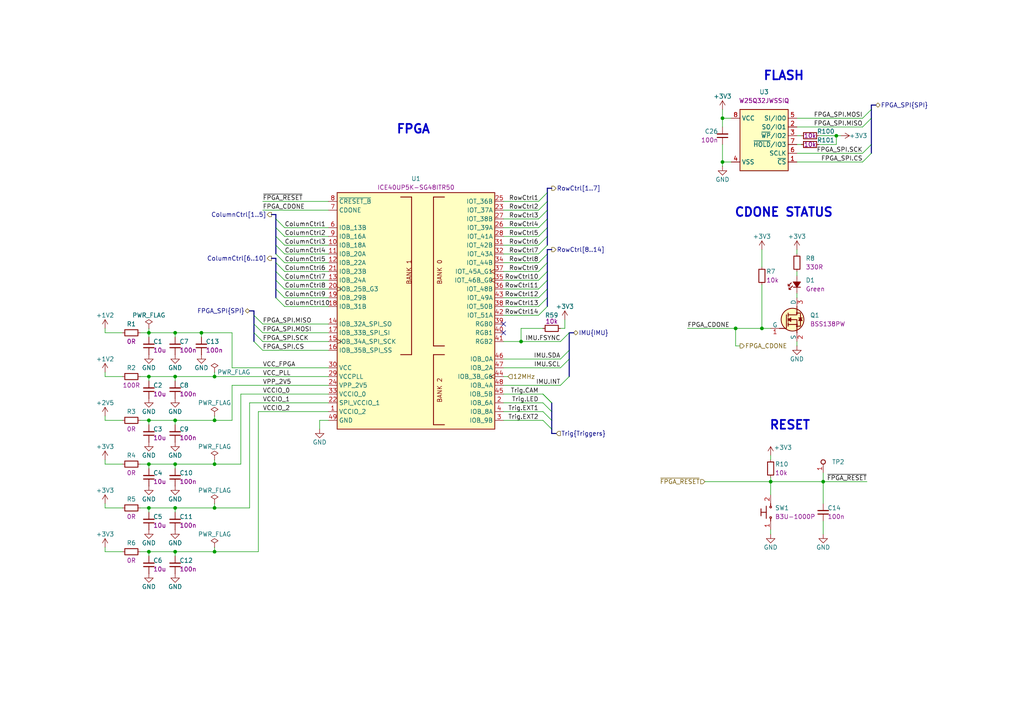
<source format=kicad_sch>
(kicad_sch (version 20231120) (generator "eeschema") (generator_version "8.0")
  (paper "A4")
  (title_block (title "LED Panel Board") (date "2025-01-31") (rev "1.0.0"))
  (junction (at 209.55 34.29))
  (junction (at 58.42 96.52))
  (junction (at 50.8 147.32))
  (junction (at 151.13 99.06))
  (junction (at 50.8 121.92))
  (junction (at 43.18 134.62))
  (junction (at 50.8 109.22))
  (junction (at 43.18 109.22))
  (junction (at 220.98 95.25))
  (junction (at 223.52 139.7))
  (junction (at 43.18 147.32))
  (junction (at 50.8 134.62))
  (junction (at 62.23 121.92))
  (junction (at 43.18 121.92))
  (junction (at 62.23 160.02))
  (junction (at 43.18 96.52))
  (junction (at 50.8 160.02))
  (junction (at 62.23 147.32))
  (junction (at 238.76 139.7))
  (junction (at 50.8 96.52))
  (junction (at 62.23 134.62))
  (junction (at 209.55 46.99))
  (junction (at 62.23 109.22))
  (junction (at 213.36 95.25))
  (junction (at 43.18 160.02))
  (junction (at 242.57 39.37))
  (no_connect (at 146.05 96.52))
  (no_connect (at 146.05 93.98))
  (bus_entry (at 160.02 116.84) (size -2.54 -2.54))
  (bus_entry (at 80.01 66.04) (size 2.54 2.54))
  (bus_entry (at 158.75 83.82) (size -2.54 2.54))
  (bus_entry (at 80.01 78.74) (size 2.54 2.54))
  (bus_entry (at 158.75 86.36) (size -2.54 2.54))
  (bus_entry (at 252.73 44.45) (size -2.54 2.54))
  (bus_entry (at 165.1 96.52) (size -2.54 2.54))
  (bus_entry (at 158.75 55.88) (size -2.54 2.54))
  (bus_entry (at 73.66 96.52) (size 2.54 2.54))
  (bus_entry (at 165.1 104.14) (size -2.54 2.54))
  (bus_entry (at 80.01 71.12) (size 2.54 2.54))
  (bus_entry (at 80.01 76.2) (size 2.54 2.54))
  (bus_entry (at 80.01 86.36) (size 2.54 2.54))
  (bus_entry (at 158.75 88.9) (size -2.54 2.54))
  (bus_entry (at 252.73 31.75) (size -2.54 2.54))
  (bus_entry (at 158.75 73.66) (size -2.54 2.54))
  (bus_entry (at 160.02 116.84) (size -2.54 -2.54))
  (bus_entry (at 158.75 81.28) (size -2.54 2.54))
  (bus_entry (at 252.73 34.29) (size -2.54 2.54))
  (bus_entry (at 73.66 99.06) (size 2.54 2.54))
  (bus_entry (at 158.75 76.2) (size -2.54 2.54))
  (bus_entry (at 80.01 83.82) (size 2.54 2.54))
  (bus_entry (at 158.75 68.58) (size -2.54 2.54))
  (bus_entry (at 158.75 60.96) (size -2.54 2.54))
  (bus_entry (at 158.75 66.04) (size -2.54 2.54))
  (bus_entry (at 73.66 93.98) (size 2.54 2.54))
  (bus_entry (at 80.01 81.28) (size 2.54 2.54))
  (bus_entry (at 73.66 91.44) (size 2.54 2.54))
  (bus_entry (at 158.75 71.12) (size -2.54 2.54))
  (bus_entry (at 80.01 63.5) (size 2.54 2.54))
  (bus_entry (at 165.1 101.6) (size -2.54 2.54))
  (bus_entry (at 160.02 124.46) (size -2.54 -2.54))
  (bus_entry (at 158.75 78.74) (size -2.54 2.54))
  (bus_entry (at 160.02 119.38) (size -2.54 -2.54))
  (bus_entry (at 80.01 73.66) (size 2.54 2.54))
  (bus_entry (at 80.01 68.58) (size 2.54 2.54))
  (bus_entry (at 160.02 121.92) (size -2.54 -2.54))
  (bus_entry (at 252.73 41.91) (size -2.54 2.54))
  (bus_entry (at 165.1 109.22) (size -2.54 2.54))
  (bus_entry (at 158.75 58.42) (size -2.54 2.54))
  (bus_entry (at 158.75 63.5) (size -2.54 2.54))
  (wire (pts (xy 30.48 146.05) (xy 30.48 147.32)))
  (wire (pts (xy 204.47 139.7) (xy 223.52 139.7)))
  (bus (pts (xy 158.75 58.42) (xy 158.75 60.96)))
  (bus (pts (xy 160.02 116.84) (xy 160.02 119.38)))
  (wire (pts (xy 146.05 111.76) (xy 162.56 111.76)))
  (wire (pts (xy 231.14 72.39) (xy 231.14 73.66)))
  (wire (pts (xy 62.23 146.05) (xy 62.23 147.32)))
  (wire (pts (xy 72.39 116.84) (xy 72.39 147.32)))
  (wire (pts (xy 156.21 78.74) (xy 146.05 78.74)))
  (wire (pts (xy 157.48 95.25) (xy 151.13 95.25)))
  (bus (pts (xy 166.37 96.52) (xy 165.1 96.52)))
  (wire (pts (xy 50.8 134.62) (xy 43.18 134.62)))
  (wire (pts (xy 69.85 134.62) (xy 62.23 134.62)))
  (bus (pts (xy 80.01 63.5) (xy 80.01 66.04)))
  (wire (pts (xy 232.41 39.37) (xy 231.14 39.37)))
  (wire (pts (xy 43.18 160.02) (xy 43.18 161.29)))
  (bus (pts (xy 165.1 96.52) (xy 165.1 101.6)))
  (wire (pts (xy 237.49 41.91) (xy 242.57 41.91)))
  (wire (pts (xy 156.21 66.04) (xy 146.05 66.04)))
  (bus (pts (xy 78.74 62.23) (xy 80.01 62.23)))
  (bus (pts (xy 158.75 76.2) (xy 158.75 78.74)))
  (bus (pts (xy 158.75 54.61) (xy 160.02 54.61)))
  (wire (pts (xy 76.2 93.98) (xy 95.25 93.98)))
  (wire (pts (xy 199.39 95.25) (xy 213.36 95.25)))
  (bus (pts (xy 160.02 121.92) (xy 160.02 124.46)))
  (wire (pts (xy 156.21 88.9) (xy 146.05 88.9)))
  (bus (pts (xy 80.01 76.2) (xy 80.01 78.74)))
  (wire (pts (xy 146.05 104.14) (xy 162.56 104.14)))
  (wire (pts (xy 156.21 68.58) (xy 146.05 68.58)))
  (wire (pts (xy 67.31 96.52) (xy 67.31 106.68)))
  (wire (pts (xy 43.18 95.25) (xy 43.18 96.52)))
  (wire (pts (xy 50.8 109.22) (xy 50.8 110.49)))
  (wire (pts (xy 146.05 106.68) (xy 162.56 106.68)))
  (wire (pts (xy 223.52 139.7) (xy 238.76 139.7)))
  (wire (pts (xy 67.31 111.76) (xy 67.31 121.92)))
  (wire (pts (xy 213.36 100.33) (xy 213.36 95.25)))
  (wire (pts (xy 30.48 147.32) (xy 35.56 147.32)))
  (wire (pts (xy 151.13 95.25) (xy 151.13 99.06)))
  (wire (pts (xy 50.8 160.02) (xy 43.18 160.02)))
  (wire (pts (xy 223.52 153.67) (xy 223.52 154.94)))
  (wire (pts (xy 156.21 63.5) (xy 146.05 63.5)))
  (wire (pts (xy 76.2 96.52) (xy 95.25 96.52)))
  (bus (pts (xy 252.73 34.29) (xy 252.73 31.75)))
  (wire (pts (xy 156.21 73.66) (xy 146.05 73.66)))
  (wire (pts (xy 30.48 134.62) (xy 35.56 134.62)))
  (bus (pts (xy 158.75 68.58) (xy 158.75 71.12)))
  (bus (pts (xy 73.66 93.98) (xy 73.66 91.44)))
  (wire (pts (xy 220.98 95.25) (xy 223.52 95.25)))
  (bus (pts (xy 158.75 60.96) (xy 158.75 63.5)))
  (bus (pts (xy 158.75 55.88) (xy 158.75 58.42)))
  (wire (pts (xy 214.63 100.33) (xy 213.36 100.33)))
  (wire (pts (xy 43.18 121.92) (xy 43.18 123.19)))
  (wire (pts (xy 238.76 139.7) (xy 251.46 139.7)))
  (wire (pts (xy 50.8 109.22) (xy 62.23 109.22)))
  (wire (pts (xy 156.21 86.36) (xy 146.05 86.36)))
  (bus (pts (xy 158.75 63.5) (xy 158.75 66.04)))
  (wire (pts (xy 238.76 137.16) (xy 238.76 139.7)))
  (wire (pts (xy 50.8 121.92) (xy 50.8 123.19)))
  (wire (pts (xy 40.64 134.62) (xy 43.18 134.62)))
  (bus (pts (xy 160.02 119.38) (xy 160.02 121.92)))
  (wire (pts (xy 62.23 158.75) (xy 62.23 160.02)))
  (wire (pts (xy 76.2 99.06) (xy 95.25 99.06)))
  (wire (pts (xy 213.36 95.25) (xy 220.98 95.25)))
  (wire (pts (xy 223.52 138.43) (xy 223.52 139.7)))
  (wire (pts (xy 58.42 96.52) (xy 50.8 96.52)))
  (wire (pts (xy 156.21 81.28) (xy 146.05 81.28)))
  (wire (pts (xy 43.18 96.52) (xy 43.18 97.79)))
  (bus (pts (xy 73.66 90.17) (xy 72.39 90.17)))
  (wire (pts (xy 74.93 119.38) (xy 74.93 160.02)))
  (wire (pts (xy 50.8 134.62) (xy 50.8 135.89)))
  (wire (pts (xy 147.32 109.22) (xy 146.05 109.22)))
  (wire (pts (xy 95.25 71.12) (xy 82.55 71.12)))
  (wire (pts (xy 212.09 34.29) (xy 209.55 34.29)))
  (bus (pts (xy 252.73 30.48) (xy 254 30.48)))
  (bus (pts (xy 160.02 124.46) (xy 160.02 125.73)))
  (wire (pts (xy 43.18 147.32) (xy 43.18 148.59)))
  (wire (pts (xy 62.23 121.92) (xy 50.8 121.92)))
  (wire (pts (xy 95.25 73.66) (xy 82.55 73.66)))
  (wire (pts (xy 30.48 96.52) (xy 35.56 96.52)))
  (bus (pts (xy 78.74 74.93) (xy 80.01 74.93)))
  (wire (pts (xy 62.23 133.35) (xy 62.23 134.62)))
  (bus (pts (xy 158.75 73.66) (xy 158.75 76.2)))
  (wire (pts (xy 30.48 109.22) (xy 35.56 109.22)))
  (wire (pts (xy 76.2 101.6) (xy 95.25 101.6)))
  (bus (pts (xy 158.75 66.04) (xy 158.75 68.58)))
  (wire (pts (xy 231.14 78.74) (xy 231.14 80.01)))
  (wire (pts (xy 95.25 83.82) (xy 82.55 83.82)))
  (wire (pts (xy 242.57 39.37) (xy 237.49 39.37)))
  (bus (pts (xy 165.1 104.14) (xy 165.1 109.22)))
  (wire (pts (xy 62.23 160.02) (xy 50.8 160.02)))
  (wire (pts (xy 250.19 34.29) (xy 231.14 34.29)))
  (bus (pts (xy 158.75 54.61) (xy 158.75 55.88)))
  (wire (pts (xy 50.8 109.22) (xy 43.18 109.22)))
  (wire (pts (xy 220.98 82.55) (xy 220.98 95.25)))
  (wire (pts (xy 156.21 76.2) (xy 146.05 76.2)))
  (wire (pts (xy 62.23 147.32) (xy 50.8 147.32)))
  (wire (pts (xy 58.42 97.79) (xy 58.42 96.52)))
  (wire (pts (xy 95.25 116.84) (xy 72.39 116.84)))
  (wire (pts (xy 95.25 114.3) (xy 69.85 114.3)))
  (wire (pts (xy 95.25 68.58) (xy 82.55 68.58)))
  (wire (pts (xy 50.8 147.32) (xy 43.18 147.32)))
  (wire (pts (xy 250.19 36.83) (xy 231.14 36.83)))
  (wire (pts (xy 50.8 160.02) (xy 50.8 161.29)))
  (wire (pts (xy 209.55 46.99) (xy 209.55 48.26)))
  (wire (pts (xy 30.48 95.25) (xy 30.48 96.52)))
  (bus (pts (xy 158.75 72.39) (xy 160.02 72.39)))
  (wire (pts (xy 156.21 91.44) (xy 146.05 91.44)))
  (wire (pts (xy 231.14 41.91) (xy 232.41 41.91)))
  (wire (pts (xy 156.21 83.82) (xy 146.05 83.82)))
  (bus (pts (xy 80.01 83.82) (xy 80.01 86.36)))
  (wire (pts (xy 223.52 139.7) (xy 223.52 143.51)))
  (wire (pts (xy 151.13 99.06) (xy 162.56 99.06)))
  (wire (pts (xy 156.21 71.12) (xy 146.05 71.12)))
  (wire (pts (xy 95.25 88.9) (xy 82.55 88.9)))
  (wire (pts (xy 250.19 46.99) (xy 231.14 46.99)))
  (bus (pts (xy 252.73 41.91) (xy 252.73 34.29)))
  (wire (pts (xy 220.98 72.39) (xy 220.98 77.47)))
  (wire (pts (xy 95.25 119.38) (xy 74.93 119.38)))
  (wire (pts (xy 242.57 41.91) (xy 242.57 39.37)))
  (wire (pts (xy 209.55 34.29) (xy 209.55 31.75)))
  (wire (pts (xy 76.2 58.42) (xy 95.25 58.42)))
  (wire (pts (xy 30.48 107.95) (xy 30.48 109.22)))
  (bus (pts (xy 80.01 78.74) (xy 80.01 81.28)))
  (bus (pts (xy 80.01 68.58) (xy 80.01 71.12)))
  (wire (pts (xy 40.64 121.92) (xy 43.18 121.92)))
  (bus (pts (xy 158.75 83.82) (xy 158.75 86.36)))
  (wire (pts (xy 231.14 85.09) (xy 231.14 86.36)))
  (wire (pts (xy 209.55 41.91) (xy 209.55 46.99)))
  (wire (pts (xy 95.25 86.36) (xy 82.55 86.36)))
  (bus (pts (xy 158.75 86.36) (xy 158.75 88.9)))
  (wire (pts (xy 62.23 107.95) (xy 62.23 109.22)))
  (wire (pts (xy 72.39 147.32) (xy 62.23 147.32)))
  (wire (pts (xy 30.48 160.02) (xy 35.56 160.02)))
  (wire (pts (xy 50.8 96.52) (xy 50.8 97.79)))
  (wire (pts (xy 250.19 44.45) (xy 231.14 44.45)))
  (wire (pts (xy 95.25 81.28) (xy 82.55 81.28)))
  (wire (pts (xy 146.05 114.3) (xy 157.48 114.3)))
  (wire (pts (xy 62.23 120.65) (xy 62.23 121.92)))
  (wire (pts (xy 30.48 120.65) (xy 30.48 121.92)))
  (wire (pts (xy 95.25 78.74) (xy 82.55 78.74)))
  (bus (pts (xy 80.01 74.93) (xy 80.01 76.2)))
  (bus (pts (xy 80.01 71.12) (xy 80.01 73.66)))
  (wire (pts (xy 50.8 147.32) (xy 50.8 148.59)))
  (wire (pts (xy 146.05 99.06) (xy 151.13 99.06)))
  (wire (pts (xy 30.48 158.75) (xy 30.48 160.02)))
  (wire (pts (xy 69.85 114.3) (xy 69.85 134.62)))
  (bus (pts (xy 80.01 81.28) (xy 80.01 83.82)))
  (wire (pts (xy 92.71 121.92) (xy 92.71 124.46)))
  (wire (pts (xy 95.25 66.04) (xy 82.55 66.04)))
  (wire (pts (xy 40.64 147.32) (xy 43.18 147.32)))
  (bus (pts (xy 158.75 78.74) (xy 158.75 81.28)))
  (wire (pts (xy 209.55 34.29) (xy 209.55 36.83)))
  (wire (pts (xy 40.64 109.22) (xy 43.18 109.22)))
  (bus (pts (xy 160.02 125.73) (xy 161.29 125.73)))
  (wire (pts (xy 238.76 154.94) (xy 238.76 151.13)))
  (bus (pts (xy 158.75 72.39) (xy 158.75 73.66)))
  (wire (pts (xy 162.56 95.25) (xy 163.83 95.25)))
  (wire (pts (xy 74.93 160.02) (xy 62.23 160.02)))
  (wire (pts (xy 40.64 96.52) (xy 43.18 96.52)))
  (wire (pts (xy 95.25 76.2) (xy 82.55 76.2)))
  (wire (pts (xy 146.05 116.84) (xy 157.48 116.84)))
  (bus (pts (xy 158.75 81.28) (xy 158.75 83.82)))
  (wire (pts (xy 156.21 58.42) (xy 146.05 58.42)))
  (bus (pts (xy 80.01 66.04) (xy 80.01 68.58)))
  (bus (pts (xy 252.73 44.45) (xy 252.73 41.91)))
  (bus (pts (xy 80.01 62.23) (xy 80.01 63.5)))
  (wire (pts (xy 223.52 132.08) (xy 223.52 133.35)))
  (wire (pts (xy 238.76 139.7) (xy 238.76 146.05)))
  (wire (pts (xy 40.64 160.02) (xy 43.18 160.02)))
  (wire (pts (xy 163.83 92.71) (xy 163.83 95.25)))
  (wire (pts (xy 43.18 134.62) (xy 43.18 135.89)))
  (wire (pts (xy 231.14 99.06) (xy 231.14 100.33)))
  (wire (pts (xy 95.25 121.92) (xy 92.71 121.92)))
  (wire (pts (xy 62.23 109.22) (xy 95.25 109.22)))
  (wire (pts (xy 146.05 121.92) (xy 157.48 121.92)))
  (wire (pts (xy 76.2 60.96) (xy 95.25 60.96)))
  (bus (pts (xy 73.66 96.52) (xy 73.66 93.98)))
  (wire (pts (xy 30.48 121.92) (xy 35.56 121.92)))
  (wire (pts (xy 67.31 121.92) (xy 62.23 121.92)))
  (bus (pts (xy 165.1 101.6) (xy 165.1 104.14)))
  (wire (pts (xy 50.8 96.52) (xy 43.18 96.52)))
  (wire (pts (xy 62.23 134.62) (xy 50.8 134.62)))
  (wire (pts (xy 50.8 121.92) (xy 43.18 121.92)))
  (bus (pts (xy 252.73 31.75) (xy 252.73 30.48)))
  (wire (pts (xy 43.18 109.22) (xy 43.18 110.49)))
  (wire (pts (xy 58.42 96.52) (xy 67.31 96.52)))
  (bus (pts (xy 73.66 99.06) (xy 73.66 96.52)))
  (wire (pts (xy 67.31 111.76) (xy 95.25 111.76)))
  (wire (pts (xy 30.48 133.35) (xy 30.48 134.62)))
  (wire (pts (xy 67.31 106.68) (xy 95.25 106.68)))
  (bus (pts (xy 73.66 91.44) (xy 73.66 90.17)))
  (wire (pts (xy 243.84 39.37) (xy 242.57 39.37)))
  (wire (pts (xy 156.21 60.96) (xy 146.05 60.96)))
  (wire (pts (xy 146.05 119.38) (xy 157.48 119.38)))
  (wire (pts (xy 212.09 46.99) (xy 209.55 46.99)))
  (text "RESET" (at 229.108 123.444 0) (effects (font (size 2.54 2.54) (thickness 0.508) (bold yes))))
  (text "CDONE STATUS" (at 227.33 61.722 0) (effects (font (size 2.54 2.54) (thickness 0.508) (bold yes))))
  (text "FPGA" (at 119.888 37.592 0) (effects (font (size 2.54 2.54) (thickness 0.508) (bold yes))))
  (text "FLASH" (at 227.33 22.098 0) (effects (font (size 2.54 2.54) (thickness 0.508) (bold yes))))
  (label "FPGA_SPI.SCK" (at 76.2 99.06 0))
  (label "ColumnCtrl9" (at 82.55 86.36 0))
  (label "RowCtrl12" (at 156.21 86.36 180))
  (label "Trig.CAM" (at 156.21 114.3 180))
  (label "FPGA_SPI.CS" (at 250.19 46.99 180))
  (label "FPGA_CDONE" (at 76.2 60.96 0))
  (label "FPGA_SPI.MISO" (at 76.2 93.98 0))
  (label "RowCtrl1" (at 156.21 58.42 180))
  (label "VCCIO_1" (at 76.2 116.84 0))
  (label "ColumnCtrl2" (at 82.55 68.58 0))
  (label "~{FPGA_RESET}" (at 251.46 139.7 180))
  (label "VCCIO_2" (at 76.2 119.38 0))
  (label "VCC_FPGA" (at 76.2 106.68 0))
  (label "RowCtrl6" (at 156.21 71.12 180))
  (label "Trig.LED" (at 156.21 116.84 180))
  (label "ColumnCtrl7" (at 82.55 81.28 0))
  (label "RowCtrl8" (at 156.21 76.2 180))
  (label "RowCtrl14" (at 156.21 91.44 180))
  (label "RowCtrl3" (at 156.21 63.5 180))
  (label "RowCtrl7" (at 156.21 73.66 180))
  (label "VCC_PLL" (at 76.2 109.22 0))
  (label "RowCtrl10" (at 156.21 81.28 180))
  (label "~{FPGA_RESET}" (at 76.2 58.42 0))
  (label "RowCtrl2" (at 156.21 60.96 180))
  (label "IMU.FSYNC" (at 162.56 99.06 180))
  (label "ColumnCtrl4" (at 82.55 73.66 0))
  (label "Trig.EXT2" (at 156.21 121.92 180))
  (label "FPGA_SPI.SCK" (at 250.19 44.45 180))
  (label "ColumnCtrl8" (at 82.55 83.82 0))
  (label "FPGA_SPI.MISO" (at 250.19 36.83 180))
  (label "FPGA_SPI.MOSI" (at 76.2 96.52 0))
  (label "ColumnCtrl10" (at 82.55 88.9 0))
  (label "RowCtrl5" (at 156.21 68.58 180))
  (label "RowCtrl13" (at 156.21 88.9 180))
  (label "FPGA_CDONE" (at 199.39 95.25 0))
  (label "ColumnCtrl3" (at 82.55 71.12 0))
  (label "IMU.SCL" (at 162.56 106.68 180))
  (label "Trig.EXT1" (at 156.21 119.38 180))
  (label "FPGA_SPI.CS" (at 76.2 101.6 0))
  (label "VPP_2V5" (at 76.2 111.76 0))
  (label "RowCtrl9" (at 156.21 78.74 180))
  (label "IMU.INT" (at 162.56 111.76 180))
  (label "VCCIO_0" (at 76.2 114.3 0))
  (label "FPGA_SPI.MOSI" (at 250.19 34.29 180))
  (label "ColumnCtrl6" (at 82.55 78.74 0))
  (label "ColumnCtrl1" (at 82.55 66.04 0))
  (label "IMU.SDA" (at 162.56 104.14 180))
  (label "ColumnCtrl5" (at 82.55 76.2 0))
  (label "RowCtrl11" (at 156.21 83.82 180))
  (label "RowCtrl4" (at 156.21 66.04 180))
  (hierarchical_label "RowCtrl[1..7]" (shape output) (at 160.02 54.61 0))
  (hierarchical_label "FPGA_SPI{SPI}" (shape bidirectional) (at 72.39 90.17 180))
  (hierarchical_label "RowCtrl[8..14]" (shape output) (at 160.02 72.39 0))
  (hierarchical_label "FPGA_SPI{SPI}" (shape bidirectional) (at 254 30.48 0))
  (hierarchical_label "ColumnCtrl[6..10]" (shape output) (at 78.74 74.93 180))
  (hierarchical_label "IMU{IMU}" (shape bidirectional) (at 166.37 96.52 0))
  (hierarchical_label "FPGA_CDONE" (shape output) (at 214.63 100.33 0))
  (hierarchical_label "12MHz" (shape input) (at 147.32 109.22 0))
  (hierarchical_label "~{FPGA_RESET}" (shape input) (at 204.47 139.7 180))
  (hierarchical_label "ColumnCtrl[1..5]" (shape output) (at 78.74 62.23 180))
  (hierarchical_label "Trig{Triggers}" (shape input) (at 161.29 125.73 0))
  (symbol (lib_id "antmicroCapacitors0402:C_100n_0402") (at 50.8 102.87 90) (unit 1)
    (property "Reference" "C7" (at 52.07 99.06 90) (effects (justify right)))
    (property "Value" "C_100n_0402" (effects (hide yes)))
    (property "Footprint" "antmicro-footprints:C_0402_1005Metric" (effects (hide yes)))
    (property "Datasheet" "https://www.murata.com/products/productdetail?partno=GRM155R61H104KE14%23" (effects (hide yes)))
    (property "Description" "SMD Multilayer Ceramic Capacitor, 0.1 µF, 50 V, 0402 [1005 Metric], ± 10%, X5R, GRM Series" (effects (hide yes)))
    (property "MPN" "GRM155R61H104KE14D" (effects (hide yes)))
    (property "Manufacturer" "Murata" (effects (hide yes)))
    (property "License" "Apache-2.0" (effects (hide yes)))
    (property "Author" "Antmicro" (effects (hide yes)))
    (property "Val" "100n" (at 52.07 101.6 90) (effects (justify right)))
    (property "Voltage" "50V" (effects (hide yes)))
    (property "Dielectric" "X5R" (effects (hide yes)))
  )
  (symbol (lib_id "antmicroResistors0402:R_100R_0402") (at 35.56 109.22 0) (unit 1)
    (property "Reference" "R2" (at 38.1 106.68 0))
    (property "Value" "R_100R_0402" (effects (hide yes)))
    (property "Footprint" "antmicro-footprints:R_0402_1005Metric" (effects (hide yes)))
    (property "Datasheet" "https://www.bourns.com/docs/product-datasheets/cr.pdf" (effects (hide yes)))
    (property "Description" "SMD Chip Resistor, 100 ohm, ± 1%, 62.5 mW, 0402 [1005 Metric], Thick Film, General Purpose" (effects (hide yes)))
    (property "MPN" "CR0402-FX-1000GLF" (effects (hide yes)))
    (property "Manufacturer" "Bourns" (effects (hide yes)))
    (property "License" "Apache-2.0" (effects (hide yes)))
    (property "Author" "Antmicro" (effects (hide yes)))
    (property "Val" "100R" (at 38.1 111.76 0))
    (property "Tolerance" "1%" (effects (hide yes)))
  )
  (symbol (lib_id "antmicropower:PWR_FLAG") (at 43.18 95.25 0) (unit 1)
    (property "Reference" "#FLG03" (effects (hide yes)))
    (property "Value" "PWR_FLAG" (at 43.18 91.44 0))
  )
  (symbol (lib_id "antmicroLEDIndicationDiscrete:LED_G_0603_KP-1608CGCK") (at 231.14 85.09 90) (unit 1)
    (property "Reference" "D1" (at 233.68 81.28 90) (effects (justify right)))
    (property "Value" "LED_G_0603_KP-1608CGCK" (effects (hide yes)))
    (property "Footprint" "antmicro-footprints:LED_0603_1608Metric_G" (effects (hide yes)))
    (property "Datasheet" "http://www.kingbright.com/attachments/file/psearch//000/00/00/KP-1608CGCK(Ver.23B).pdf" (effects (hide yes)))
    (property "Description" "LED, Green, SMD, 0603, 20 mA, 2.1 V, 570 nm" (effects (hide yes)))
    (property "MPN" "KP-1608CGCK" (effects (hide yes)))
    (property "Manufacturer" "Kingbright" (effects (hide yes)))
    (property "Color" "Green" (at 233.68 83.8199 90) (effects (justify right)))
    (property "Author" "Antmicro" (effects (hide yes)))
    (property "License" "Apache-2.0" (effects (hide yes)))
  )
  (symbol (lib_id "antmicropower:GND") (at 43.18 128.27 0) (unit 1)
    (property "Reference" "#PWR010" (effects (hide yes)))
    (property "Value" "GND" (at 43.18 132.08 0))
    (property "Author" "Antmicro" (effects (hide yes)))
    (property "License" "Apache-2.0" (effects (hide yes)))
  )
  (symbol (lib_id "antmicropower:GND") (at 223.52 154.94 0) (unit 1)
    (property "Reference" "#PWR029" (effects (hide yes)))
    (property "Value" "GND" (at 223.52 158.75 0))
    (property "Author" "Antmicro" (effects (hide yes)))
    (property "License" "Apache-2.0" (effects (hide yes)))
  )
  (symbol (lib_id "antmicroResistors0402:R_0R_0402") (at 35.56 160.02 0) (unit 1)
    (property "Reference" "R6" (at 38.1 157.48 0))
    (property "Value" "R_0R_0402" (effects (hide yes)))
    (property "Footprint" "antmicro-footprints:R_0402_1005Metric" (effects (hide yes)))
    (property "Datasheet" "https://industrial.panasonic.com/cdbs/www-data/pdf/RDA0000/AOA0000C301.pdf" (effects (hide yes)))
    (property "Description" "SMD Chip Resistor, Jumper, 0 ohm, 100 mW, 0402 [1005 Metric], Thick Film, General Purpose" (effects (hide yes)))
    (property "MPN" "ERJ2GE0R00X" (effects (hide yes)))
    (property "Manufacturer" "Panasonic" (effects (hide yes)))
    (property "License" "Apache-2.0" (effects (hide yes)))
    (property "Author" "Antmicro" (effects (hide yes)))
    (property "Val" "0R" (at 38.1 162.56 0))
    (property "Current" "1A" (effects (hide yes)))
  )
  (symbol (lib_id "antmicroCapacitors0402:C_100n_0402") (at 50.8 128.27 90) (unit 1)
    (property "Reference" "C9" (at 52.07 124.46 90) (effects (justify right)))
    (property "Value" "C_100n_0402" (effects (hide yes)))
    (property "Footprint" "antmicro-footprints:C_0402_1005Metric" (effects (hide yes)))
    (property "Datasheet" "https://www.murata.com/products/productdetail?partno=GRM155R61H104KE14%23" (effects (hide yes)))
    (property "Description" "SMD Multilayer Ceramic Capacitor, 0.1 µF, 50 V, 0402 [1005 Metric], ± 10%, X5R, GRM Series" (effects (hide yes)))
    (property "MPN" "GRM155R61H104KE14D" (effects (hide yes)))
    (property "Manufacturer" "Murata" (effects (hide yes)))
    (property "License" "Apache-2.0" (effects (hide yes)))
    (property "Author" "Antmicro" (effects (hide yes)))
    (property "Val" "100n" (at 52.07 127 90) (effects (justify right)))
    (property "Voltage" "50V" (effects (hide yes)))
    (property "Dielectric" "X5R" (effects (hide yes)))
  )
  (symbol (lib_id "antmicropower:PWR_FLAG") (at 62.23 133.35 0) (unit 1)
    (property "Reference" "#FLG08" (effects (hide yes)))
    (property "Value" "PWR_FLAG" (at 62.23 129.54 0))
  )
  (symbol (lib_id "antmicropower:GND") (at 58.42 102.87 0) (unit 1)
    (property "Reference" "#PWR022" (effects (hide yes)))
    (property "Value" "GND" (at 58.42 106.68 0))
    (property "Author" "Antmicro" (effects (hide yes)))
    (property "License" "Apache-2.0" (effects (hide yes)))
  )
  (symbol (lib_id "antmicropower:GND") (at 43.18 166.37 0) (unit 1)
    (property "Reference" "#PWR013" (effects (hide yes)))
    (property "Value" "GND" (at 43.18 170.18 0))
    (property "Author" "Antmicro" (effects (hide yes)))
    (property "License" "Apache-2.0" (effects (hide yes)))
  )
  (symbol (lib_id "antmicropower:PWR_FLAG") (at 62.23 158.75 0) (unit 1)
    (property "Reference" "#FLG010" (effects (hide yes)))
    (property "Value" "PWR_FLAG" (at 62.23 154.94 0))
  )
  (symbol (lib_id "antmicropower:+3V3") (at 223.52 132.08 0) (unit 1)
    (property "Reference" "#PWR028" (effects (hide yes)))
    (property "Value" "+3V3" (at 227.076 129.794 0))
    (property "Author" "Antmicro" (effects (hide yes)))
    (property "License" "Apache-2.0" (effects (hide yes)))
  )
  (symbol (lib_id "antmicroCapacitors0402:C_100n_0402") (at 50.8 140.97 90) (unit 1)
    (property "Reference" "C10" (at 52.07 137.16 90) (effects (justify right)))
    (property "Value" "C_100n_0402" (effects (hide yes)))
    (property "Footprint" "antmicro-footprints:C_0402_1005Metric" (effects (hide yes)))
    (property "Datasheet" "https://www.murata.com/products/productdetail?partno=GRM155R61H104KE14%23" (effects (hide yes)))
    (property "Description" "SMD Multilayer Ceramic Capacitor, 0.1 µF, 50 V, 0402 [1005 Metric], ± 10%, X5R, GRM Series" (effects (hide yes)))
    (property "MPN" "GRM155R61H104KE14D" (effects (hide yes)))
    (property "Manufacturer" "Murata" (effects (hide yes)))
    (property "License" "Apache-2.0" (effects (hide yes)))
    (property "Author" "Antmicro" (effects (hide yes)))
    (property "Val" "100n" (at 52.07 139.7 90) (effects (justify right)))
    (property "Voltage" "50V" (effects (hide yes)))
    (property "Dielectric" "X5R" (effects (hide yes)))
  )
  (symbol (lib_id "antmicroCapacitors0402:C_100n_0402") (at 238.76 151.13 90) (unit 1)
    (property "Reference" "C14" (at 240.03 147.32 90) (effects (justify right)))
    (property "Value" "C_100n_0402" (effects (hide yes)))
    (property "Footprint" "antmicro-footprints:C_0402_1005Metric" (effects (hide yes)))
    (property "Datasheet" "https://www.murata.com/products/productdetail?partno=GRM155R61H104KE14%23" (effects (hide yes)))
    (property "Description" "SMD Multilayer Ceramic Capacitor, 0.1 µF, 50 V, 0402 [1005 Metric], ± 10%, X5R, GRM Series" (effects (hide yes)))
    (property "MPN" "GRM155R61H104KE14D" (effects (hide yes)))
    (property "Manufacturer" "Murata" (effects (hide yes)))
    (property "License" "Apache-2.0" (effects (hide yes)))
    (property "Author" "Antmicro" (effects (hide yes)))
    (property "Val" "100n" (at 240.03 149.86 90) (effects (justify right)))
    (property "Voltage" "50V" (effects (hide yes)))
    (property "Dielectric" "X5R" (effects (hide yes)))
  )
  (symbol (lib_id "antmicroCapacitors0402:C_100n_0402") (at 50.8 153.67 90) (unit 1)
    (property "Reference" "C11" (at 52.07 149.86 90) (effects (justify right)))
    (property "Value" "C_100n_0402" (effects (hide yes)))
    (property "Footprint" "antmicro-footprints:C_0402_1005Metric" (effects (hide yes)))
    (property "Datasheet" "https://www.murata.com/products/productdetail?partno=GRM155R61H104KE14%23" (effects (hide yes)))
    (property "Description" "SMD Multilayer Ceramic Capacitor, 0.1 µF, 50 V, 0402 [1005 Metric], ± 10%, X5R, GRM Series" (effects (hide yes)))
    (property "MPN" "GRM155R61H104KE14D" (effects (hide yes)))
    (property "Manufacturer" "Murata" (effects (hide yes)))
    (property "License" "Apache-2.0" (effects (hide yes)))
    (property "Author" "Antmicro" (effects (hide yes)))
    (property "Val" "100n" (at 52.07 152.4 90) (effects (justify right)))
    (property "Voltage" "50V" (effects (hide yes)))
    (property "Dielectric" "X5R" (effects (hide yes)))
  )
  (symbol (lib_id "antmicropower:+1V2") (at 30.48 107.95 0) (unit 1)
    (property "Reference" "#PWR02" (effects (hide yes)))
    (property "Value" "+1V2" (at 30.48 104.14 0))
  )
  (symbol (lib_id "antmicropower:+1V2") (at 30.48 95.25 0) (unit 1)
    (property "Reference" "#PWR01" (effects (hide yes)))
    (property "Value" "+1V2" (at 30.48 91.44 0))
  )
  (symbol (lib_id "antmicropower:PWR_FLAG") (at 62.23 107.95 0) (unit 1)
    (property "Reference" "#FLG011" (effects (hide yes)))
    (property "Value" "PWR_FLAG" (at 67.818 107.95 0))
  )
  (symbol (lib_id "antmicropower:GND") (at 50.8 102.87 0) (unit 1)
    (property "Reference" "#PWR016" (effects (hide yes)))
    (property "Value" "GND" (at 50.8 106.68 0))
    (property "Author" "Antmicro" (effects (hide yes)))
    (property "License" "Apache-2.0" (effects (hide yes)))
  )
  (symbol (lib_id "antmicroCapacitors0402:C_100n_0402") (at 209.55 41.91 270) (mirror x) (unit 1)
    (property "Reference" "C26" (at 208.28 38.1 90) (effects (justify right)))
    (property "Value" "C_100n_0402" (effects (hide yes)))
    (property "Footprint" "antmicro-footprints:C_0402_1005Metric" (effects (hide yes)))
    (property "Datasheet" "https://www.murata.com/products/productdetail?partno=GRM155R61H104KE14%23" (effects (hide yes)))
    (property "Description" "SMD Multilayer Ceramic Capacitor, 0.1 µF, 50 V, 0402 [1005 Metric], ± 10%, X5R, GRM Series" (effects (hide yes)))
    (property "MPN" "GRM155R61H104KE14D" (effects (hide yes)))
    (property "Manufacturer" "Murata" (effects (hide yes)))
    (property "License" "Apache-2.0" (effects (hide yes)))
    (property "Author" "Antmicro" (effects (hide yes)))
    (property "Val" "100n" (at 208.28 40.64 90) (effects (justify right)))
    (property "Voltage" "50V" (effects (hide yes)))
    (property "Dielectric" "X5R" (effects (hide yes)))
  )
  (symbol (lib_id "antmicroCapacitors0402:C_10u_0402") (at 43.18 115.57 90) (unit 1)
    (property "Reference" "C2" (at 44.45 111.76 90) (effects (justify right)))
    (property "Value" "C_10u_0402" (effects (hide yes)))
    (property "Footprint" "antmicro-footprints:C_0402_1005Metric" (effects (hide yes)))
    (property "Datasheet" "https://www.yageo.com/en/Chart/Download/pdf/CC0402MRX5R5BB106" (effects (hide yes)))
    (property "Description" "SMD Multilayer Ceramic Capacitor, 10 µF, 6.3 V, 0402 [1005 Metric], ± 20%, X5R, CC Series" (effects (hide yes)))
    (property "MPN" "CC0402MRX5R5BB106" (effects (hide yes)))
    (property "Manufacturer" "YAGEO" (effects (hide yes)))
    (property "License" "Apache-2.0" (effects (hide yes)))
    (property "Author" "Antmicro" (effects (hide yes)))
    (property "Val" "10u" (at 44.45 114.3 90) (effects (justify right)))
    (property "Voltage" "10V" (effects (hide yes)))
    (property "Dielectric" "X5R" (effects (hide yes)))
  )
  (symbol (lib_id "antmicroResistors0402:R_0R_0402") (at 35.56 121.92 0) (unit 1)
    (property "Reference" "R3" (at 38.1 119.38 0))
    (property "Value" "R_0R_0402" (effects (hide yes)))
    (property "Footprint" "antmicro-footprints:R_0402_1005Metric" (effects (hide yes)))
    (property "Datasheet" "https://industrial.panasonic.com/cdbs/www-data/pdf/RDA0000/AOA0000C301.pdf" (effects (hide yes)))
    (property "Description" "SMD Chip Resistor, Jumper, 0 ohm, 100 mW, 0402 [1005 Metric], Thick Film, General Purpose" (effects (hide yes)))
    (property "MPN" "ERJ2GE0R00X" (effects (hide yes)))
    (property "Manufacturer" "Panasonic" (effects (hide yes)))
    (property "License" "Apache-2.0" (effects (hide yes)))
    (property "Author" "Antmicro" (effects (hide yes)))
    (property "Val" "0R" (at 38.1 124.46 0))
    (property "Current" "1A" (effects (hide yes)))
  )
  (symbol (lib_id "antmicroResistors0402:R_0R_0402") (at 35.56 147.32 0) (unit 1)
    (property "Reference" "R5" (at 38.1 144.78 0))
    (property "Value" "R_0R_0402" (effects (hide yes)))
    (property "Footprint" "antmicro-footprints:R_0402_1005Metric" (effects (hide yes)))
    (property "Datasheet" "https://industrial.panasonic.com/cdbs/www-data/pdf/RDA0000/AOA0000C301.pdf" (effects (hide yes)))
    (property "Description" "SMD Chip Resistor, Jumper, 0 ohm, 100 mW, 0402 [1005 Metric], Thick Film, General Purpose" (effects (hide yes)))
    (property "MPN" "ERJ2GE0R00X" (effects (hide yes)))
    (property "Manufacturer" "Panasonic" (effects (hide yes)))
    (property "License" "Apache-2.0" (effects (hide yes)))
    (property "Author" "Antmicro" (effects (hide yes)))
    (property "Val" "0R" (at 38.1 149.86 0))
    (property "Current" "1A" (effects (hide yes)))
  )
  (symbol (lib_id "antmicroResistors0402:R_10k_0402") (at 223.52 138.43 90) (unit 1)
    (property "Reference" "R10" (at 224.79 134.62 90) (effects (justify right)))
    (property "Value" "R_10k_0402" (effects (hide yes)))
    (property "Footprint" "antmicro-footprints:R_0402_1005Metric" (effects (hide yes)))
    (property "Datasheet" "https://www.bourns.com/docs/product-datasheets/cr.pdf" (effects (hide yes)))
    (property "Description" "SMD Chip Resistor, 10 kohm, ± 1%, 62.5 mW, 0402 [1005 Metric], Thick Film, General Purpose" (effects (hide yes)))
    (property "MPN" "CR0402-FX-1002GLF" (effects (hide yes)))
    (property "Manufacturer" "Bourns" (effects (hide yes)))
    (property "License" "Apache-2.0" (effects (hide yes)))
    (property "Author" "Antmicro" (effects (hide yes)))
    (property "Val" "10k" (at 224.79 137.16 90) (effects (justify right)))
    (property "Tolerance" "1%" (effects (hide yes)))
  )
  (symbol (lib_id "antmicropower:+3V3") (at 163.83 92.71 0) (unit 1)
    (property "Reference" "#PWR0218" (effects (hide yes)))
    (property "Value" "+3V3" (at 163.83 88.9 0))
    (property "Author" "Antmicro" (effects (hide yes)))
    (property "License" "Apache-2.0" (effects (hide yes)))
  )
  (symbol (lib_id "antmicropower:GND") (at 43.18 115.57 0) (unit 1)
    (property "Reference" "#PWR09" (effects (hide yes)))
    (property "Value" "GND" (at 43.18 119.38 0))
    (property "Author" "Antmicro" (effects (hide yes)))
    (property "License" "Apache-2.0" (effects (hide yes)))
  )
  (symbol (lib_id "antmicroResistors0402:R_10k_0402") (at 232.41 41.91 0) (unit 1)
    (property "Reference" "R101" (at 239.522 40.64 0))
    (property "Value" "R_10k_0402" (effects (hide yes)))
    (property "Footprint" "antmicro-footprints:R_0402_1005Metric" (effects (hide yes)))
    (property "Datasheet" "https://www.bourns.com/docs/product-datasheets/cr.pdf" (effects (hide yes)))
    (property "Description" "SMD Chip Resistor, 10 kohm, ± 1%, 62.5 mW, 0402 [1005 Metric], Thick Film, General Purpose" (effects (hide yes)))
    (property "MPN" "CR0402-FX-1002GLF" (effects (hide yes)))
    (property "Manufacturer" "Bourns" (effects (hide yes)))
    (property "License" "Apache-2.0" (effects (hide yes)))
    (property "Author" "Antmicro" (effects (hide yes)))
    (property "Val" "10k" (at 234.95 41.91 0))
    (property "Tolerance" "1%" (effects (hide yes)))
  )
  (symbol (lib_id "antmicroCapacitors0402:C_100n_0402") (at 50.8 166.37 90) (unit 1)
    (property "Reference" "C12" (at 52.07 162.56 90) (effects (justify right)))
    (property "Value" "C_100n_0402" (effects (hide yes)))
    (property "Footprint" "antmicro-footprints:C_0402_1005Metric" (effects (hide yes)))
    (property "Datasheet" "https://www.murata.com/products/productdetail?partno=GRM155R61H104KE14%23" (effects (hide yes)))
    (property "Description" "SMD Multilayer Ceramic Capacitor, 0.1 µF, 50 V, 0402 [1005 Metric], ± 10%, X5R, GRM Series" (effects (hide yes)))
    (property "MPN" "GRM155R61H104KE14D" (effects (hide yes)))
    (property "Manufacturer" "Murata" (effects (hide yes)))
    (property "License" "Apache-2.0" (effects (hide yes)))
    (property "Author" "Antmicro" (effects (hide yes)))
    (property "Val" "100n" (at 52.07 165.1 90) (effects (justify right)))
    (property "Voltage" "50V" (effects (hide yes)))
    (property "Dielectric" "X5R" (effects (hide yes)))
  )
  (symbol (lib_id "antmicroCapacitors0402:C_10u_0402") (at 43.18 166.37 90) (unit 1)
    (property "Reference" "C6" (at 44.45 162.56 90) (effects (justify right)))
    (property "Value" "C_10u_0402" (effects (hide yes)))
    (property "Footprint" "antmicro-footprints:C_0402_1005Metric" (effects (hide yes)))
    (property "Datasheet" "https://www.yageo.com/en/Chart/Download/pdf/CC0402MRX5R5BB106" (effects (hide yes)))
    (property "Description" "SMD Multilayer Ceramic Capacitor, 10 µF, 6.3 V, 0402 [1005 Metric], ± 20%, X5R, CC Series" (effects (hide yes)))
    (property "MPN" "CC0402MRX5R5BB106" (effects (hide yes)))
    (property "Manufacturer" "YAGEO" (effects (hide yes)))
    (property "License" "Apache-2.0" (effects (hide yes)))
    (property "Author" "Antmicro" (effects (hide yes)))
    (property "Val" "10u" (at 44.45 165.1 90) (effects (justify right)))
    (property "Voltage" "10V" (effects (hide yes)))
    (property "Dielectric" "X5R" (effects (hide yes)))
  )
  (symbol (lib_id "antmicroResistors0402:R_330R_0402") (at 231.14 78.74 90) (unit 1)
    (property "Reference" "R8" (at 233.68 74.93 90) (effects (justify right)))
    (property "Value" "R_330R_0402" (effects (hide yes)))
    (property "Footprint" "antmicro-footprints:R_0402_1005Metric" (effects (hide yes)))
    (property "Datasheet" "https://www.bourns.com/docs/product-datasheets/cr.pdf" (effects (hide yes)))
    (property "Description" "SMD Chip Resistor, 330 ohm, ± 1%, 62.5 mW, 0402 [1005 Metric], Thick Film, General Purpose" (effects (hide yes)))
    (property "MPN" "CR0402-FX-3300GLF" (effects (hide yes)))
    (property "Manufacturer" "Bourns" (effects (hide yes)))
    (property "License" "Apache-2.0" (effects (hide yes)))
    (property "Author" "Antmicro" (effects (hide yes)))
    (property "Val" "330R" (at 233.68 77.47 90) (effects (justify right)))
    (property "Tolerance" "1%" (effects (hide yes)))
  )
  (symbol (lib_id "antmicroCapacitors0402:C_10u_0402") (at 43.18 102.87 90) (unit 1)
    (property "Reference" "C1" (at 44.45 99.06 90) (effects (justify right)))
    (property "Value" "C_10u_0402" (effects (hide yes)))
    (property "Footprint" "antmicro-footprints:C_0402_1005Metric" (effects (hide yes)))
    (property "Datasheet" "https://www.yageo.com/en/Chart/Download/pdf/CC0402MRX5R5BB106" (effects (hide yes)))
    (property "Description" "SMD Multilayer Ceramic Capacitor, 10 µF, 6.3 V, 0402 [1005 Metric], ± 20%, X5R, CC Series" (effects (hide yes)))
    (property "MPN" "CC0402MRX5R5BB106" (effects (hide yes)))
    (property "Manufacturer" "YAGEO" (effects (hide yes)))
    (property "License" "Apache-2.0" (effects (hide yes)))
    (property "Author" "Antmicro" (effects (hide yes)))
    (property "Val" "10u" (at 44.45 101.6 90) (effects (justify right)))
    (property "Voltage" "10V" (effects (hide yes)))
    (property "Dielectric" "X5R" (effects (hide yes)))
  )
  (symbol (lib_id "antmicropower:GND") (at 43.18 153.67 0) (unit 1)
    (property "Reference" "#PWR012" (effects (hide yes)))
    (property "Value" "GND" (at 43.18 157.48 0))
    (property "Author" "Antmicro" (effects (hide yes)))
    (property "License" "Apache-2.0" (effects (hide yes)))
  )
  (symbol (lib_id "antmicropower:+3V3") (at 209.55 31.75 0) (unit 1)
    (property "Reference" "#PWR044" (effects (hide yes)))
    (property "Value" "+3V3" (at 209.55 27.94 0))
    (property "Author" "Antmicro" (effects (hide yes)))
    (property "License" "Apache-2.0" (effects (hide yes)))
  )
  (symbol (lib_id "antmicroMemory:W25Q32JW_SOIC-8") (at 231.14 34.29 0) (mirror y) (unit 1)
    (property "Reference" "U3" (at 221.615 26.67 0))
    (property "Value" "W25Q32JW_SOIC-8" (effects (hide yes)))
    (property "Footprint" "antmicro-footprints:SOIC-8_5.3x5.3x2mm_P1.27mm" (effects (hide yes)))
    (property "Datasheet" "https://www.mouser.com/datasheet/2/949/w25q32jw_spi_revf_09042018-1489621.pdf" (effects (hide yes)))
    (property "Description" "FLASH - NOR Memory IC 32Mbit SPI - Quad I/O 133 MHz 8-SOIC" (effects (hide yes)))
    (property "MPN" "W25Q32JWSSIQ" (at 221.615 29.21 0))
    (property "Manufacturer" "Winbond" (effects (hide yes)))
    (property "Author" "Antmicro" (effects (hide yes)))
    (property "License" "Apache-2.0" (effects (hide yes)))
  )
  (symbol (lib_id "antmicropower:GND") (at 231.14 100.33 0) (unit 1)
    (property "Reference" "#PWR015" (effects (hide yes)))
    (property "Value" "GND" (at 231.14 104.14 0))
    (property "Author" "Antmicro" (effects (hide yes)))
    (property "License" "Apache-2.0" (effects (hide yes)))
  )
  (symbol (lib_id "antmicropower:+3V3") (at 243.84 39.37 270) (unit 1)
    (property "Reference" "#PWR048" (effects (hide yes)))
    (property "Value" "+3V3" (at 248.92 39.37 90))
    (property "Author" "Antmicro" (effects (hide yes)))
    (property "License" "Apache-2.0" (effects (hide yes)))
  )
  (symbol (lib_id "antmicropower:+3V3") (at 220.98 72.39 0) (unit 1)
    (property "Reference" "#PWR07" (effects (hide yes)))
    (property "Value" "+3V3" (at 220.98 68.58 0))
    (property "Author" "Antmicro" (effects (hide yes)))
    (property "License" "Apache-2.0" (effects (hide yes)))
  )
  (symbol (lib_id "antmicropower:GND") (at 43.18 102.87 0) (unit 1)
    (property "Reference" "#PWR08" (effects (hide yes)))
    (property "Value" "GND" (at 43.18 106.68 0))
    (property "Author" "Antmicro" (effects (hide yes)))
    (property "License" "Apache-2.0" (effects (hide yes)))
  )
  (symbol (lib_id "antmicropower:PWR_FLAG") (at 62.23 120.65 0) (unit 1)
    (property "Reference" "#FLG04" (effects (hide yes)))
    (property "Value" "PWR_FLAG" (at 62.23 116.84 0))
  )
  (symbol (lib_id "antmicropower:GND") (at 50.8 166.37 0) (unit 1)
    (property "Reference" "#PWR021" (effects (hide yes)))
    (property "Value" "GND" (at 50.8 170.18 0))
    (property "Author" "Antmicro" (effects (hide yes)))
    (property "License" "Apache-2.0" (effects (hide yes)))
  )
  (symbol (lib_id "antmicroTransistorsFETsMOSFETsSingle:BSS138PW") (at 223.52 95.25 0) (unit 1)
    (property "Reference" "Q1" (at 234.95 91.44 0) (effects (justify left)))
    (property "Value" "BSS138PW" (effects (hide yes)))
    (property "Footprint" "antmicro-footprints:SC70-3" (effects (hide yes)))
    (property "Datasheet" "https://assets.nexperia.com/documents/data-sheet/BSS138PW.pdf" (effects (hide yes)))
    (property "Description" "Power MOSFET, N Channel, 60 V, 320 mA, 0.9 ohm, SOT-323, Surface Mount" (effects (hide yes)))
    (property "MPN" "BSS138PW" (at 234.95 93.98 0) (effects (justify left)))
    (property "Manufacturer" "Nexperia" (effects (hide yes)))
    (property "Author" "Antmicro" (effects (hide yes)))
    (property "License" "Apache-2.0" (effects (hide yes)))
  )
  (symbol (lib_id "antmicropower:+3V3") (at 30.48 133.35 0) (unit 1)
    (property "Reference" "#PWR04" (effects (hide yes)))
    (property "Value" "+3V3" (at 30.48 129.54 0))
    (property "Author" "Antmicro" (effects (hide yes)))
    (property "License" "Apache-2.0" (effects (hide yes)))
  )
  (symbol (lib_id "antmicroCapacitors0402:C_10u_0402") (at 43.18 153.67 90) (unit 1)
    (property "Reference" "C5" (at 44.45 149.86 90) (effects (justify right)))
    (property "Value" "C_10u_0402" (effects (hide yes)))
    (property "Footprint" "antmicro-footprints:C_0402_1005Metric" (effects (hide yes)))
    (property "Datasheet" "https://www.yageo.com/en/Chart/Download/pdf/CC0402MRX5R5BB106" (effects (hide yes)))
    (property "Description" "SMD Multilayer Ceramic Capacitor, 10 µF, 6.3 V, 0402 [1005 Metric], ± 20%, X5R, CC Series" (effects (hide yes)))
    (property "MPN" "CC0402MRX5R5BB106" (effects (hide yes)))
    (property "Manufacturer" "YAGEO" (effects (hide yes)))
    (property "License" "Apache-2.0" (effects (hide yes)))
    (property "Author" "Antmicro" (effects (hide yes)))
    (property "Val" "10u" (at 44.45 152.4 90) (effects (justify right)))
    (property "Voltage" "10V" (effects (hide yes)))
    (property "Dielectric" "X5R" (effects (hide yes)))
  )
  (symbol (lib_id "antmicroResistors0402:R_0R_0402") (at 35.56 96.52 0) (unit 1)
    (property "Reference" "R1" (at 38.1 93.98 0))
    (property "Value" "R_0R_0402" (effects (hide yes)))
    (property "Footprint" "antmicro-footprints:R_0402_1005Metric" (effects (hide yes)))
    (property "Datasheet" "https://industrial.panasonic.com/cdbs/www-data/pdf/RDA0000/AOA0000C301.pdf" (effects (hide yes)))
    (property "Description" "SMD Chip Resistor, Jumper, 0 ohm, 100 mW, 0402 [1005 Metric], Thick Film, General Purpose" (effects (hide yes)))
    (property "MPN" "ERJ2GE0R00X" (effects (hide yes)))
    (property "Manufacturer" "Panasonic" (effects (hide yes)))
    (property "License" "Apache-2.0" (effects (hide yes)))
    (property "Author" "Antmicro" (effects (hide yes)))
    (property "Val" "0R" (at 38.1 99.06 0))
    (property "Current" "1A" (effects (hide yes)))
  )
  (symbol (lib_id "antmicropower:+3V3") (at 30.48 158.75 0) (unit 1)
    (property "Reference" "#PWR06" (effects (hide yes)))
    (property "Value" "+3V3" (at 30.48 154.94 0))
    (property "Author" "Antmicro" (effects (hide yes)))
    (property "License" "Apache-2.0" (effects (hide yes)))
  )
  (symbol (lib_id "antmicroCapacitors0402:C_10u_0402") (at 43.18 128.27 90) (unit 1)
    (property "Reference" "C3" (at 44.45 124.46 90) (effects (justify right)))
    (property "Value" "C_10u_0402" (effects (hide yes)))
    (property "Footprint" "antmicro-footprints:C_0402_1005Metric" (effects (hide yes)))
    (property "Datasheet" "https://www.yageo.com/en/Chart/Download/pdf/CC0402MRX5R5BB106" (effects (hide yes)))
    (property "Description" "SMD Multilayer Ceramic Capacitor, 10 µF, 6.3 V, 0402 [1005 Metric], ± 20%, X5R, CC Series" (effects (hide yes)))
    (property "MPN" "CC0402MRX5R5BB106" (effects (hide yes)))
    (property "Manufacturer" "YAGEO" (effects (hide yes)))
    (property "License" "Apache-2.0" (effects (hide yes)))
    (property "Author" "Antmicro" (effects (hide yes)))
    (property "Val" "10u" (at 44.45 127 90) (effects (justify right)))
    (property "Voltage" "10V" (effects (hide yes)))
    (property "Dielectric" "X5R" (effects (hide yes)))
  )
  (symbol (lib_id "antmicropower:GND") (at 92.71 124.46 0) (unit 1)
    (property "Reference" "#PWR023" (effects (hide yes)))
    (property "Value" "GND" (at 92.71 128.27 0))
    (property "Author" "Antmicro" (effects (hide yes)))
    (property "License" "Apache-2.0" (effects (hide yes)))
  )
  (symbol (lib_id "antmicroResistors0402:R_10k_0402") (at 157.48 95.25 0) (unit 1)
    (property "Reference" "R59" (at 160.02 91.44 0))
    (property "Value" "R_10k_0402" (effects (hide yes)))
    (property "Footprint" "antmicro-footprints:R_0402_1005Metric" (effects (hide yes)))
    (property "Datasheet" "https://www.bourns.com/docs/product-datasheets/cr.pdf" (effects (hide yes)))
    (property "Description" "SMD Chip Resistor, 10 kohm, ± 1%, 62.5 mW, 0402 [1005 Metric], Thick Film, General Purpose" (effects (hide yes)))
    (property "MPN" "CR0402-FX-1002GLF" (effects (hide yes)))
    (property "Manufacturer" "Bourns" (effects (hide yes)))
    (property "License" "Apache-2.0" (effects (hide yes)))
    (property "Author" "Antmicro" (effects (hide yes)))
    (property "Val" "10k" (at 160.02 93.218 0))
    (property "Tolerance" "1%" (effects (hide yes)))
  )
  (symbol (lib_id "antmicroResistors0402:R_10k_0402") (at 232.41 39.37 0) (unit 1)
    (property "Reference" "R100" (at 239.522 38.1 0))
    (property "Value" "R_10k_0402" (effects (hide yes)))
    (property "Footprint" "antmicro-footprints:R_0402_1005Metric" (effects (hide yes)))
    (property "Datasheet" "https://www.bourns.com/docs/product-datasheets/cr.pdf" (effects (hide yes)))
    (property "Description" "SMD Chip Resistor, 10 kohm, ± 1%, 62.5 mW, 0402 [1005 Metric], Thick Film, General Purpose" (effects (hide yes)))
    (property "MPN" "CR0402-FX-1002GLF" (effects (hide yes)))
    (property "Manufacturer" "Bourns" (effects (hide yes)))
    (property "License" "Apache-2.0" (effects (hide yes)))
    (property "Author" "Antmicro" (effects (hide yes)))
    (property "Val" "10k" (at 234.95 39.37 0))
    (property "Tolerance" "1%" (effects (hide yes)))
  )
  (symbol (lib_id "antmicropower:+2V5") (at 30.48 120.65 0) (unit 1)
    (property "Reference" "#PWR03" (effects (hide yes)))
    (property "Value" "+2V5" (at 30.48 116.84 0))
  )
  (symbol (lib_id "antmicropower:GND") (at 238.76 154.94 0) (unit 1)
    (property "Reference" "#PWR030" (effects (hide yes)))
    (property "Value" "GND" (at 238.76 158.75 0))
    (property "Author" "Antmicro" (effects (hide yes)))
    (property "License" "Apache-2.0" (effects (hide yes)))
  )
  (symbol (lib_id "antmicroResistors0402:R_0R_0402") (at 35.56 134.62 0) (unit 1)
    (property "Reference" "R4" (at 38.1 132.08 0))
    (property "Value" "R_0R_0402" (effects (hide yes)))
    (property "Footprint" "antmicro-footprints:R_0402_1005Metric" (effects (hide yes)))
    (property "Datasheet" "https://industrial.panasonic.com/cdbs/www-data/pdf/RDA0000/AOA0000C301.pdf" (effects (hide yes)))
    (property "Description" "SMD Chip Resistor, Jumper, 0 ohm, 100 mW, 0402 [1005 Metric], Thick Film, General Purpose" (effects (hide yes)))
    (property "MPN" "ERJ2GE0R00X" (effects (hide yes)))
    (property "Manufacturer" "Panasonic" (effects (hide yes)))
    (property "License" "Apache-2.0" (effects (hide yes)))
    (property "Author" "Antmicro" (effects (hide yes)))
    (property "Val" "0R" (at 38.1 137.16 0))
    (property "Current" "1A" (effects (hide yes)))
  )
  (symbol (lib_id "antmicropower:GND") (at 50.8 115.57 0) (unit 1)
    (property "Reference" "#PWR017" (effects (hide yes)))
    (property "Value" "GND" (at 50.8 119.38 0))
    (property "Author" "Antmicro" (effects (hide yes)))
    (property "License" "Apache-2.0" (effects (hide yes)))
  )
  (symbol (lib_id "antmicropower:PWR_FLAG") (at 62.23 146.05 0) (unit 1)
    (property "Reference" "#FLG09" (effects (hide yes)))
    (property "Value" "PWR_FLAG" (at 62.23 142.24 0))
  )
  (symbol (lib_id "antmicropower:GND") (at 50.8 128.27 0) (unit 1)
    (property "Reference" "#PWR018" (effects (hide yes)))
    (property "Value" "GND" (at 50.8 132.08 0))
    (property "Author" "Antmicro" (effects (hide yes)))
    (property "License" "Apache-2.0" (effects (hide yes)))
  )
  (symbol (lib_id "antmicroFPGAChips:ICE40UP5K-SG48") (at 95.25 58.42 0) (unit 1)
    (property "Reference" "U1" (at 120.65 51.816 0))
    (property "Value" "ICE40UP5K-SG48" (effects (hide yes)))
    (property "Footprint" "antmicro-footprints:QFN-48-1EP_7x7mm" (effects (hide yes)))
    (property "Datasheet" "https://www.latticesemi.com/~/media/LatticeSemi/Documents/DataSheets/iCE/iCE40%20UltraPlus%20Family%20Data%20Sheet.pdf?document_id=51968" (effects (hide yes)))
    (property "Description" "iCE40 UltraPlus™ Field Programmable Gate Array" (effects (hide yes)))
    (property "MPN" "ICE40UP5K-SG48ITR50" (at 120.65 54.356 0))
    (property "Manufacturer" "Lattice Semiconductor" (effects (hide yes)))
    (property "Author" "Antmicro" (effects (hide yes)))
    (property "License" "Apache-2.0" (effects (hide yes)))
  )
  (symbol (lib_id "antmicropower:+3V3") (at 231.14 72.39 0) (unit 1)
    (property "Reference" "#PWR014" (effects (hide yes)))
    (property "Value" "+3V3" (at 231.14 68.58 0))
    (property "Author" "Antmicro" (effects (hide yes)))
    (property "License" "Apache-2.0" (effects (hide yes)))
  )
  (symbol (lib_id "antmicroPushbuttonSwitches:SW_B3U-1000P_SMD") (at 223.52 153.67 90) (unit 1)
    (property "Reference" "SW1" (at 224.79 147.32 90) (effects (justify right)))
    (property "Value" "SW_B3U-1000P_SMD" (effects (hide yes)))
    (property "Footprint" "antmicro-footprints:SW_B3U-1000P_SMD" (effects (hide yes)))
    (property "Datasheet" "https://omronfs.omron.com/en_US/ecb/products/pdf/en-b3u.pdf" (effects (hide yes)))
    (property "Description" "Tactile Switch, B3U, Top Actuated, Surface Mount, Round Button, 153 gf, 50mA at 12VDC" (effects (hide yes)))
    (property "MPN" "B3U-1000P" (at 224.79 149.86 90) (effects (justify right)))
    (property "Manufacturer" "Omron" (effects (hide yes)))
    (property "Author" "Antmicro" (effects (hide yes)))
    (property "License" "Apache-2.0" (effects (hide yes)))
  )
  (symbol (lib_id "antmicroResistors0402:R_10k_0402") (at 220.98 82.55 90) (unit 1)
    (property "Reference" "R7" (at 222.25 78.74 90) (effects (justify right)))
    (property "Value" "R_10k_0402" (effects (hide yes)))
    (property "Footprint" "antmicro-footprints:R_0402_1005Metric" (effects (hide yes)))
    (property "Datasheet" "https://www.bourns.com/docs/product-datasheets/cr.pdf" (effects (hide yes)))
    (property "Description" "SMD Chip Resistor, 10 kohm, ± 1%, 62.5 mW, 0402 [1005 Metric], Thick Film, General Purpose" (effects (hide yes)))
    (property "MPN" "CR0402-FX-1002GLF" (effects (hide yes)))
    (property "Manufacturer" "Bourns" (effects (hide yes)))
    (property "License" "Apache-2.0" (effects (hide yes)))
    (property "Author" "Antmicro" (effects (hide yes)))
    (property "Val" "10k" (at 222.25 81.28 90) (effects (justify right)))
    (property "Tolerance" "1%" (effects (hide yes)))
  )
  (symbol (lib_id "antmicroCapacitors0402:C_10u_0402") (at 43.18 140.97 90) (unit 1)
    (property "Reference" "C4" (at 44.45 137.16 90) (effects (justify right)))
    (property "Value" "C_10u_0402" (effects (hide yes)))
    (property "Footprint" "antmicro-footprints:C_0402_1005Metric" (effects (hide yes)))
    (property "Datasheet" "https://www.yageo.com/en/Chart/Download/pdf/CC0402MRX5R5BB106" (effects (hide yes)))
    (property "Description" "SMD Multilayer Ceramic Capacitor, 10 µF, 6.3 V, 0402 [1005 Metric], ± 20%, X5R, CC Series" (effects (hide yes)))
    (property "MPN" "CC0402MRX5R5BB106" (effects (hide yes)))
    (property "Manufacturer" "YAGEO" (effects (hide yes)))
    (property "License" "Apache-2.0" (effects (hide yes)))
    (property "Author" "Antmicro" (effects (hide yes)))
    (property "Val" "10u" (at 44.45 139.7 90) (effects (justify right)))
    (property "Voltage" "10V" (effects (hide yes)))
    (property "Dielectric" "X5R" (effects (hide yes)))
  )
  (symbol (lib_id "antmicropower:GND") (at 50.8 140.97 0) (unit 1)
    (property "Reference" "#PWR019" (effects (hide yes)))
    (property "Value" "GND" (at 50.8 144.78 0))
    (property "Author" "Antmicro" (effects (hide yes)))
    (property "License" "Apache-2.0" (effects (hide yes)))
  )
  (symbol (lib_id "antmicroCapacitors0402:C_100n_0402") (at 58.42 102.87 90) (unit 1)
    (property "Reference" "C13" (at 59.69 99.06 90) (effects (justify right)))
    (property "Value" "C_100n_0402" (effects (hide yes)))
    (property "Footprint" "antmicro-footprints:C_0402_1005Metric" (effects (hide yes)))
    (property "Datasheet" "https://www.murata.com/products/productdetail?partno=GRM155R61H104KE14%23" (effects (hide yes)))
    (property "Description" "SMD Multilayer Ceramic Capacitor, 0.1 µF, 50 V, 0402 [1005 Metric], ± 10%, X5R, GRM Series" (effects (hide yes)))
    (property "MPN" "GRM155R61H104KE14D" (effects (hide yes)))
    (property "Manufacturer" "Murata" (effects (hide yes)))
    (property "License" "Apache-2.0" (effects (hide yes)))
    (property "Author" "Antmicro" (effects (hide yes)))
    (property "Val" "100n" (at 59.69 101.6 90) (effects (justify right)))
    (property "Voltage" "50V" (effects (hide yes)))
    (property "Dielectric" "X5R" (effects (hide yes)))
  )
  (symbol (lib_id "antmicropower:GND") (at 50.8 153.67 0) (unit 1)
    (property "Reference" "#PWR020" (effects (hide yes)))
    (property "Value" "GND" (at 50.8 157.48 0))
    (property "Author" "Antmicro" (effects (hide yes)))
    (property "License" "Apache-2.0" (effects (hide yes)))
  )
  (symbol (lib_id "antmicropower:GND") (at 209.55 48.26 0) (mirror y) (unit 1)
    (property "Reference" "#PWR045" (effects (hide yes)))
    (property "Value" "GND" (at 209.55 52.07 0))
    (property "Author" "Antmicro" (effects (hide yes)))
    (property "License" "Apache-2.0" (effects (hide yes)))
  )
  (symbol (lib_id "antmicropower:+3V3") (at 30.48 146.05 0) (unit 1)
    (property "Reference" "#PWR05" (effects (hide yes)))
    (property "Value" "+3V3" (at 30.48 142.24 0))
    (property "Author" "Antmicro" (effects (hide yes)))
    (property "License" "Apache-2.0" (effects (hide yes)))
  )
  (symbol (lib_id "antmicroTestPoints:TP_0.75mm_SMD") (at 238.76 137.16 270) (mirror x) (unit 1) (in_bom no)
    (property "Reference" "TP2" (at 241.3 133.985 90) (effects (justify left)))
    (property "Value" "TP_0.75mm_SMD" (effects (hide yes)))
    (property "Footprint" "antmicro-footprints:TP_SMD_0.75mm" (effects (hide yes)))
    (property "Description" "SMT test point" (effects (hide yes)))
    (property "Author" "Antmicro" (effects (hide yes)))
    (property "License" "Apache-2.0" (effects (hide yes)))
  )
  (symbol (lib_id "antmicropower:GND") (at 43.18 140.97 0) (unit 1)
    (property "Reference" "#PWR011" (effects (hide yes)))
    (property "Value" "GND" (at 43.18 144.78 0))
    (property "Author" "Antmicro" (effects (hide yes)))
    (property "License" "Apache-2.0" (effects (hide yes)))
  )
  (symbol (lib_id "antmicroCapacitors0402:C_100n_0402") (at 50.8 115.57 90) (unit 1)
    (property "Reference" "C8" (at 52.07 111.76 90) (effects (justify right)))
    (property "Value" "C_100n_0402" (effects (hide yes)))
    (property "Footprint" "antmicro-footprints:C_0402_1005Metric" (effects (hide yes)))
    (property "Datasheet" "https://www.murata.com/products/productdetail?partno=GRM155R61H104KE14%23" (effects (hide yes)))
    (property "Description" "SMD Multilayer Ceramic Capacitor, 0.1 µF, 50 V, 0402 [1005 Metric], ± 10%, X5R, GRM Series" (effects (hide yes)))
    (property "MPN" "GRM155R61H104KE14D" (effects (hide yes)))
    (property "Manufacturer" "Murata" (effects (hide yes)))
    (property "License" "Apache-2.0" (effects (hide yes)))
    (property "Author" "Antmicro" (effects (hide yes)))
    (property "Val" "100n" (at 52.07 114.3 90) (effects (justify right)))
    (property "Voltage" "50V" (effects (hide yes)))
    (property "Dielectric" "X5R" (effects (hide yes)))
  )
)
</source>
